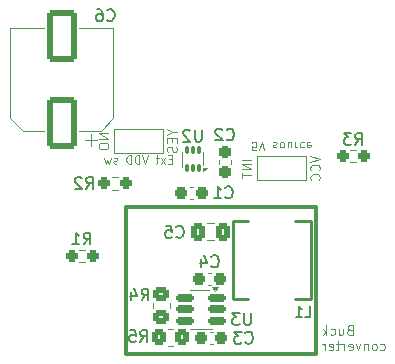
<source format=gbr>
%TF.GenerationSoftware,KiCad,Pcbnew,8.0.4*%
%TF.CreationDate,2024-07-21T20:28:23+02:00*%
%TF.ProjectId,kurumi,6b757275-6d69-42e6-9b69-6361645f7063,rev?*%
%TF.SameCoordinates,Original*%
%TF.FileFunction,Legend,Bot*%
%TF.FilePolarity,Positive*%
%FSLAX46Y46*%
G04 Gerber Fmt 4.6, Leading zero omitted, Abs format (unit mm)*
G04 Created by KiCad (PCBNEW 8.0.4) date 2024-07-21 20:28:23*
%MOMM*%
%LPD*%
G01*
G04 APERTURE LIST*
G04 Aperture macros list*
%AMRoundRect*
0 Rectangle with rounded corners*
0 $1 Rounding radius*
0 $2 $3 $4 $5 $6 $7 $8 $9 X,Y pos of 4 corners*
0 Add a 4 corners polygon primitive as box body*
4,1,4,$2,$3,$4,$5,$6,$7,$8,$9,$2,$3,0*
0 Add four circle primitives for the rounded corners*
1,1,$1+$1,$2,$3*
1,1,$1+$1,$4,$5*
1,1,$1+$1,$6,$7*
1,1,$1+$1,$8,$9*
0 Add four rect primitives between the rounded corners*
20,1,$1+$1,$2,$3,$4,$5,0*
20,1,$1+$1,$4,$5,$6,$7,0*
20,1,$1+$1,$6,$7,$8,$9,0*
20,1,$1+$1,$8,$9,$2,$3,0*%
G04 Aperture macros list end*
%ADD10C,0.300000*%
%ADD11C,0.100000*%
%ADD12C,0.152400*%
%ADD13C,0.150000*%
%ADD14C,0.120000*%
%ADD15C,0.254000*%
%ADD16R,3.000000X3.000000*%
%ADD17C,3.000000*%
%ADD18R,1.700000X1.700000*%
%ADD19O,1.700000X1.700000*%
%ADD20R,3.500000X2.350000*%
%ADD21RoundRect,0.085000X0.085000X-0.265000X0.085000X0.265000X-0.085000X0.265000X-0.085000X-0.265000X0*%
%ADD22RoundRect,0.237500X0.300000X0.237500X-0.300000X0.237500X-0.300000X-0.237500X0.300000X-0.237500X0*%
%ADD23RoundRect,0.250000X0.337500X0.475000X-0.337500X0.475000X-0.337500X-0.475000X0.337500X-0.475000X0*%
%ADD24RoundRect,0.237500X-0.250000X-0.237500X0.250000X-0.237500X0.250000X0.237500X-0.250000X0.237500X0*%
%ADD25RoundRect,0.250000X-0.350000X-0.450000X0.350000X-0.450000X0.350000X0.450000X-0.350000X0.450000X0*%
%ADD26RoundRect,0.237500X0.237500X-0.300000X0.237500X0.300000X-0.237500X0.300000X-0.237500X-0.300000X0*%
%ADD27RoundRect,0.250000X-0.450000X0.350000X-0.450000X-0.350000X0.450000X-0.350000X0.450000X0.350000X0*%
%ADD28R,1.000000X1.500000*%
%ADD29RoundRect,0.162500X0.617500X0.162500X-0.617500X0.162500X-0.617500X-0.162500X0.617500X-0.162500X0*%
%ADD30RoundRect,0.237500X0.250000X0.237500X-0.250000X0.237500X-0.250000X-0.237500X0.250000X-0.237500X0*%
%ADD31RoundRect,0.250000X1.000000X-1.950000X1.000000X1.950000X-1.000000X1.950000X-1.000000X-1.950000X0*%
G04 APERTURE END LIST*
D10*
X23950000Y-29300000D02*
X40000000Y-29300000D01*
X40000000Y-41700000D01*
X23950000Y-41700000D01*
X23950000Y-29300000D01*
D11*
X27816666Y-25251966D02*
X27583333Y-25251966D01*
X27483333Y-25618633D02*
X27816666Y-25618633D01*
X27816666Y-25618633D02*
X27816666Y-24918633D01*
X27816666Y-24918633D02*
X27483333Y-24918633D01*
X27250000Y-25618633D02*
X26883333Y-25151966D01*
X27250000Y-25151966D02*
X26883333Y-25618633D01*
X26716666Y-25151966D02*
X26449999Y-25151966D01*
X26616666Y-24918633D02*
X26616666Y-25518633D01*
X26616666Y-25518633D02*
X26583333Y-25585300D01*
X26583333Y-25585300D02*
X26516666Y-25618633D01*
X26516666Y-25618633D02*
X26449999Y-25618633D01*
X25783333Y-24918633D02*
X25550000Y-25618633D01*
X25550000Y-25618633D02*
X25316666Y-24918633D01*
X25083333Y-25618633D02*
X25083333Y-24918633D01*
X25083333Y-24918633D02*
X24916666Y-24918633D01*
X24916666Y-24918633D02*
X24816666Y-24951966D01*
X24816666Y-24951966D02*
X24750000Y-25018633D01*
X24750000Y-25018633D02*
X24716666Y-25085300D01*
X24716666Y-25085300D02*
X24683333Y-25218633D01*
X24683333Y-25218633D02*
X24683333Y-25318633D01*
X24683333Y-25318633D02*
X24716666Y-25451966D01*
X24716666Y-25451966D02*
X24750000Y-25518633D01*
X24750000Y-25518633D02*
X24816666Y-25585300D01*
X24816666Y-25585300D02*
X24916666Y-25618633D01*
X24916666Y-25618633D02*
X25083333Y-25618633D01*
X24383333Y-25618633D02*
X24383333Y-24918633D01*
X24383333Y-24918633D02*
X24216666Y-24918633D01*
X24216666Y-24918633D02*
X24116666Y-24951966D01*
X24116666Y-24951966D02*
X24050000Y-25018633D01*
X24050000Y-25018633D02*
X24016666Y-25085300D01*
X24016666Y-25085300D02*
X23983333Y-25218633D01*
X23983333Y-25218633D02*
X23983333Y-25318633D01*
X23983333Y-25318633D02*
X24016666Y-25451966D01*
X24016666Y-25451966D02*
X24050000Y-25518633D01*
X24050000Y-25518633D02*
X24116666Y-25585300D01*
X24116666Y-25585300D02*
X24216666Y-25618633D01*
X24216666Y-25618633D02*
X24383333Y-25618633D01*
X23183333Y-25585300D02*
X23116667Y-25618633D01*
X23116667Y-25618633D02*
X22983333Y-25618633D01*
X22983333Y-25618633D02*
X22916667Y-25585300D01*
X22916667Y-25585300D02*
X22883333Y-25518633D01*
X22883333Y-25518633D02*
X22883333Y-25485300D01*
X22883333Y-25485300D02*
X22916667Y-25418633D01*
X22916667Y-25418633D02*
X22983333Y-25385300D01*
X22983333Y-25385300D02*
X23083333Y-25385300D01*
X23083333Y-25385300D02*
X23150000Y-25351966D01*
X23150000Y-25351966D02*
X23183333Y-25285300D01*
X23183333Y-25285300D02*
X23183333Y-25251966D01*
X23183333Y-25251966D02*
X23150000Y-25185300D01*
X23150000Y-25185300D02*
X23083333Y-25151966D01*
X23083333Y-25151966D02*
X22983333Y-25151966D01*
X22983333Y-25151966D02*
X22916667Y-25185300D01*
X22650000Y-25151966D02*
X22516666Y-25618633D01*
X22516666Y-25618633D02*
X22383333Y-25285300D01*
X22383333Y-25285300D02*
X22250000Y-25618633D01*
X22250000Y-25618633D02*
X22116666Y-25151966D01*
X42865789Y-39701870D02*
X42751503Y-39739965D01*
X42751503Y-39739965D02*
X42713408Y-39778061D01*
X42713408Y-39778061D02*
X42675312Y-39854251D01*
X42675312Y-39854251D02*
X42675312Y-39968537D01*
X42675312Y-39968537D02*
X42713408Y-40044727D01*
X42713408Y-40044727D02*
X42751503Y-40082823D01*
X42751503Y-40082823D02*
X42827693Y-40120918D01*
X42827693Y-40120918D02*
X43132455Y-40120918D01*
X43132455Y-40120918D02*
X43132455Y-39320918D01*
X43132455Y-39320918D02*
X42865789Y-39320918D01*
X42865789Y-39320918D02*
X42789598Y-39359013D01*
X42789598Y-39359013D02*
X42751503Y-39397108D01*
X42751503Y-39397108D02*
X42713408Y-39473299D01*
X42713408Y-39473299D02*
X42713408Y-39549489D01*
X42713408Y-39549489D02*
X42751503Y-39625680D01*
X42751503Y-39625680D02*
X42789598Y-39663775D01*
X42789598Y-39663775D02*
X42865789Y-39701870D01*
X42865789Y-39701870D02*
X43132455Y-39701870D01*
X41989598Y-39587584D02*
X41989598Y-40120918D01*
X42332455Y-39587584D02*
X42332455Y-40006632D01*
X42332455Y-40006632D02*
X42294360Y-40082823D01*
X42294360Y-40082823D02*
X42218170Y-40120918D01*
X42218170Y-40120918D02*
X42103884Y-40120918D01*
X42103884Y-40120918D02*
X42027693Y-40082823D01*
X42027693Y-40082823D02*
X41989598Y-40044727D01*
X41265788Y-40082823D02*
X41341979Y-40120918D01*
X41341979Y-40120918D02*
X41494360Y-40120918D01*
X41494360Y-40120918D02*
X41570550Y-40082823D01*
X41570550Y-40082823D02*
X41608645Y-40044727D01*
X41608645Y-40044727D02*
X41646741Y-39968537D01*
X41646741Y-39968537D02*
X41646741Y-39739965D01*
X41646741Y-39739965D02*
X41608645Y-39663775D01*
X41608645Y-39663775D02*
X41570550Y-39625680D01*
X41570550Y-39625680D02*
X41494360Y-39587584D01*
X41494360Y-39587584D02*
X41341979Y-39587584D01*
X41341979Y-39587584D02*
X41265788Y-39625680D01*
X40922931Y-40120918D02*
X40922931Y-39320918D01*
X40846741Y-39816156D02*
X40618169Y-40120918D01*
X40618169Y-39587584D02*
X40922931Y-39892346D01*
X45494360Y-41370778D02*
X45570551Y-41408873D01*
X45570551Y-41408873D02*
X45722932Y-41408873D01*
X45722932Y-41408873D02*
X45799122Y-41370778D01*
X45799122Y-41370778D02*
X45837217Y-41332682D01*
X45837217Y-41332682D02*
X45875313Y-41256492D01*
X45875313Y-41256492D02*
X45875313Y-41027920D01*
X45875313Y-41027920D02*
X45837217Y-40951730D01*
X45837217Y-40951730D02*
X45799122Y-40913635D01*
X45799122Y-40913635D02*
X45722932Y-40875539D01*
X45722932Y-40875539D02*
X45570551Y-40875539D01*
X45570551Y-40875539D02*
X45494360Y-40913635D01*
X45037218Y-41408873D02*
X45113408Y-41370778D01*
X45113408Y-41370778D02*
X45151503Y-41332682D01*
X45151503Y-41332682D02*
X45189599Y-41256492D01*
X45189599Y-41256492D02*
X45189599Y-41027920D01*
X45189599Y-41027920D02*
X45151503Y-40951730D01*
X45151503Y-40951730D02*
X45113408Y-40913635D01*
X45113408Y-40913635D02*
X45037218Y-40875539D01*
X45037218Y-40875539D02*
X44922932Y-40875539D01*
X44922932Y-40875539D02*
X44846741Y-40913635D01*
X44846741Y-40913635D02*
X44808646Y-40951730D01*
X44808646Y-40951730D02*
X44770551Y-41027920D01*
X44770551Y-41027920D02*
X44770551Y-41256492D01*
X44770551Y-41256492D02*
X44808646Y-41332682D01*
X44808646Y-41332682D02*
X44846741Y-41370778D01*
X44846741Y-41370778D02*
X44922932Y-41408873D01*
X44922932Y-41408873D02*
X45037218Y-41408873D01*
X44427693Y-40875539D02*
X44427693Y-41408873D01*
X44427693Y-40951730D02*
X44389598Y-40913635D01*
X44389598Y-40913635D02*
X44313408Y-40875539D01*
X44313408Y-40875539D02*
X44199122Y-40875539D01*
X44199122Y-40875539D02*
X44122931Y-40913635D01*
X44122931Y-40913635D02*
X44084836Y-40989825D01*
X44084836Y-40989825D02*
X44084836Y-41408873D01*
X43780074Y-40875539D02*
X43589598Y-41408873D01*
X43589598Y-41408873D02*
X43399121Y-40875539D01*
X42789597Y-41370778D02*
X42865788Y-41408873D01*
X42865788Y-41408873D02*
X43018169Y-41408873D01*
X43018169Y-41408873D02*
X43094359Y-41370778D01*
X43094359Y-41370778D02*
X43132455Y-41294587D01*
X43132455Y-41294587D02*
X43132455Y-40989825D01*
X43132455Y-40989825D02*
X43094359Y-40913635D01*
X43094359Y-40913635D02*
X43018169Y-40875539D01*
X43018169Y-40875539D02*
X42865788Y-40875539D01*
X42865788Y-40875539D02*
X42789597Y-40913635D01*
X42789597Y-40913635D02*
X42751502Y-40989825D01*
X42751502Y-40989825D02*
X42751502Y-41066016D01*
X42751502Y-41066016D02*
X43132455Y-41142206D01*
X42408645Y-41408873D02*
X42408645Y-40875539D01*
X42408645Y-41027920D02*
X42370550Y-40951730D01*
X42370550Y-40951730D02*
X42332455Y-40913635D01*
X42332455Y-40913635D02*
X42256264Y-40875539D01*
X42256264Y-40875539D02*
X42180074Y-40875539D01*
X42027693Y-40875539D02*
X41722931Y-40875539D01*
X41913407Y-40608873D02*
X41913407Y-41294587D01*
X41913407Y-41294587D02*
X41875312Y-41370778D01*
X41875312Y-41370778D02*
X41799122Y-41408873D01*
X41799122Y-41408873D02*
X41722931Y-41408873D01*
X41151502Y-41370778D02*
X41227693Y-41408873D01*
X41227693Y-41408873D02*
X41380074Y-41408873D01*
X41380074Y-41408873D02*
X41456264Y-41370778D01*
X41456264Y-41370778D02*
X41494360Y-41294587D01*
X41494360Y-41294587D02*
X41494360Y-40989825D01*
X41494360Y-40989825D02*
X41456264Y-40913635D01*
X41456264Y-40913635D02*
X41380074Y-40875539D01*
X41380074Y-40875539D02*
X41227693Y-40875539D01*
X41227693Y-40875539D02*
X41151502Y-40913635D01*
X41151502Y-40913635D02*
X41113407Y-40989825D01*
X41113407Y-40989825D02*
X41113407Y-41066016D01*
X41113407Y-41066016D02*
X41494360Y-41142206D01*
X40770550Y-41408873D02*
X40770550Y-40875539D01*
X40770550Y-41027920D02*
X40732455Y-40951730D01*
X40732455Y-40951730D02*
X40694360Y-40913635D01*
X40694360Y-40913635D02*
X40618169Y-40875539D01*
X40618169Y-40875539D02*
X40541979Y-40875539D01*
X34966667Y-24481366D02*
X34633333Y-24481366D01*
X34633333Y-24481366D02*
X34600000Y-24148033D01*
X34600000Y-24148033D02*
X34633333Y-24181366D01*
X34633333Y-24181366D02*
X34700000Y-24214700D01*
X34700000Y-24214700D02*
X34866667Y-24214700D01*
X34866667Y-24214700D02*
X34933333Y-24181366D01*
X34933333Y-24181366D02*
X34966667Y-24148033D01*
X34966667Y-24148033D02*
X35000000Y-24081366D01*
X35000000Y-24081366D02*
X35000000Y-23914700D01*
X35000000Y-23914700D02*
X34966667Y-23848033D01*
X34966667Y-23848033D02*
X34933333Y-23814700D01*
X34933333Y-23814700D02*
X34866667Y-23781366D01*
X34866667Y-23781366D02*
X34700000Y-23781366D01*
X34700000Y-23781366D02*
X34633333Y-23814700D01*
X34633333Y-23814700D02*
X34600000Y-23848033D01*
X35200000Y-24481366D02*
X35433334Y-23781366D01*
X35433334Y-23781366D02*
X35666667Y-24481366D01*
X36400000Y-23814700D02*
X36466667Y-23781366D01*
X36466667Y-23781366D02*
X36600000Y-23781366D01*
X36600000Y-23781366D02*
X36666667Y-23814700D01*
X36666667Y-23814700D02*
X36700000Y-23881366D01*
X36700000Y-23881366D02*
X36700000Y-23914700D01*
X36700000Y-23914700D02*
X36666667Y-23981366D01*
X36666667Y-23981366D02*
X36600000Y-24014700D01*
X36600000Y-24014700D02*
X36500000Y-24014700D01*
X36500000Y-24014700D02*
X36433333Y-24048033D01*
X36433333Y-24048033D02*
X36400000Y-24114700D01*
X36400000Y-24114700D02*
X36400000Y-24148033D01*
X36400000Y-24148033D02*
X36433333Y-24214700D01*
X36433333Y-24214700D02*
X36500000Y-24248033D01*
X36500000Y-24248033D02*
X36600000Y-24248033D01*
X36600000Y-24248033D02*
X36666667Y-24214700D01*
X37100000Y-23781366D02*
X37033334Y-23814700D01*
X37033334Y-23814700D02*
X37000000Y-23848033D01*
X37000000Y-23848033D02*
X36966667Y-23914700D01*
X36966667Y-23914700D02*
X36966667Y-24114700D01*
X36966667Y-24114700D02*
X37000000Y-24181366D01*
X37000000Y-24181366D02*
X37033334Y-24214700D01*
X37033334Y-24214700D02*
X37100000Y-24248033D01*
X37100000Y-24248033D02*
X37200000Y-24248033D01*
X37200000Y-24248033D02*
X37266667Y-24214700D01*
X37266667Y-24214700D02*
X37300000Y-24181366D01*
X37300000Y-24181366D02*
X37333334Y-24114700D01*
X37333334Y-24114700D02*
X37333334Y-23914700D01*
X37333334Y-23914700D02*
X37300000Y-23848033D01*
X37300000Y-23848033D02*
X37266667Y-23814700D01*
X37266667Y-23814700D02*
X37200000Y-23781366D01*
X37200000Y-23781366D02*
X37100000Y-23781366D01*
X37933333Y-24248033D02*
X37933333Y-23781366D01*
X37633333Y-24248033D02*
X37633333Y-23881366D01*
X37633333Y-23881366D02*
X37666667Y-23814700D01*
X37666667Y-23814700D02*
X37733333Y-23781366D01*
X37733333Y-23781366D02*
X37833333Y-23781366D01*
X37833333Y-23781366D02*
X37900000Y-23814700D01*
X37900000Y-23814700D02*
X37933333Y-23848033D01*
X38266666Y-23781366D02*
X38266666Y-24248033D01*
X38266666Y-24114700D02*
X38300000Y-24181366D01*
X38300000Y-24181366D02*
X38333333Y-24214700D01*
X38333333Y-24214700D02*
X38400000Y-24248033D01*
X38400000Y-24248033D02*
X38466666Y-24248033D01*
X38999999Y-23814700D02*
X38933333Y-23781366D01*
X38933333Y-23781366D02*
X38799999Y-23781366D01*
X38799999Y-23781366D02*
X38733333Y-23814700D01*
X38733333Y-23814700D02*
X38699999Y-23848033D01*
X38699999Y-23848033D02*
X38666666Y-23914700D01*
X38666666Y-23914700D02*
X38666666Y-24114700D01*
X38666666Y-24114700D02*
X38699999Y-24181366D01*
X38699999Y-24181366D02*
X38733333Y-24214700D01*
X38733333Y-24214700D02*
X38799999Y-24248033D01*
X38799999Y-24248033D02*
X38933333Y-24248033D01*
X38933333Y-24248033D02*
X38999999Y-24214700D01*
X39566666Y-23814700D02*
X39499999Y-23781366D01*
X39499999Y-23781366D02*
X39366666Y-23781366D01*
X39366666Y-23781366D02*
X39299999Y-23814700D01*
X39299999Y-23814700D02*
X39266666Y-23881366D01*
X39266666Y-23881366D02*
X39266666Y-24148033D01*
X39266666Y-24148033D02*
X39299999Y-24214700D01*
X39299999Y-24214700D02*
X39366666Y-24248033D01*
X39366666Y-24248033D02*
X39499999Y-24248033D01*
X39499999Y-24248033D02*
X39566666Y-24214700D01*
X39566666Y-24214700D02*
X39599999Y-24148033D01*
X39599999Y-24148033D02*
X39599999Y-24081366D01*
X39599999Y-24081366D02*
X39266666Y-24014700D01*
D12*
X39096594Y-38595093D02*
X39532022Y-38595093D01*
X39532022Y-38595093D02*
X39532022Y-37680693D01*
X38312822Y-38595093D02*
X38835336Y-38595093D01*
X38574079Y-38595093D02*
X38574079Y-37680693D01*
X38574079Y-37680693D02*
X38661165Y-37811322D01*
X38661165Y-37811322D02*
X38748250Y-37898408D01*
X38748250Y-37898408D02*
X38835336Y-37941951D01*
D13*
X30361904Y-22754819D02*
X30361904Y-23564342D01*
X30361904Y-23564342D02*
X30314285Y-23659580D01*
X30314285Y-23659580D02*
X30266666Y-23707200D01*
X30266666Y-23707200D02*
X30171428Y-23754819D01*
X30171428Y-23754819D02*
X29980952Y-23754819D01*
X29980952Y-23754819D02*
X29885714Y-23707200D01*
X29885714Y-23707200D02*
X29838095Y-23659580D01*
X29838095Y-23659580D02*
X29790476Y-23564342D01*
X29790476Y-23564342D02*
X29790476Y-22754819D01*
X29361904Y-22850057D02*
X29314285Y-22802438D01*
X29314285Y-22802438D02*
X29219047Y-22754819D01*
X29219047Y-22754819D02*
X28980952Y-22754819D01*
X28980952Y-22754819D02*
X28885714Y-22802438D01*
X28885714Y-22802438D02*
X28838095Y-22850057D01*
X28838095Y-22850057D02*
X28790476Y-22945295D01*
X28790476Y-22945295D02*
X28790476Y-23040533D01*
X28790476Y-23040533D02*
X28838095Y-23183390D01*
X28838095Y-23183390D02*
X29409523Y-23754819D01*
X29409523Y-23754819D02*
X28790476Y-23754819D01*
X31186666Y-34299580D02*
X31234285Y-34347200D01*
X31234285Y-34347200D02*
X31377142Y-34394819D01*
X31377142Y-34394819D02*
X31472380Y-34394819D01*
X31472380Y-34394819D02*
X31615237Y-34347200D01*
X31615237Y-34347200D02*
X31710475Y-34251961D01*
X31710475Y-34251961D02*
X31758094Y-34156723D01*
X31758094Y-34156723D02*
X31805713Y-33966247D01*
X31805713Y-33966247D02*
X31805713Y-33823390D01*
X31805713Y-33823390D02*
X31758094Y-33632914D01*
X31758094Y-33632914D02*
X31710475Y-33537676D01*
X31710475Y-33537676D02*
X31615237Y-33442438D01*
X31615237Y-33442438D02*
X31472380Y-33394819D01*
X31472380Y-33394819D02*
X31377142Y-33394819D01*
X31377142Y-33394819D02*
X31234285Y-33442438D01*
X31234285Y-33442438D02*
X31186666Y-33490057D01*
X30329523Y-33728152D02*
X30329523Y-34394819D01*
X30567618Y-33347200D02*
X30805713Y-34061485D01*
X30805713Y-34061485D02*
X30186666Y-34061485D01*
X28216666Y-31799580D02*
X28264285Y-31847200D01*
X28264285Y-31847200D02*
X28407142Y-31894819D01*
X28407142Y-31894819D02*
X28502380Y-31894819D01*
X28502380Y-31894819D02*
X28645237Y-31847200D01*
X28645237Y-31847200D02*
X28740475Y-31751961D01*
X28740475Y-31751961D02*
X28788094Y-31656723D01*
X28788094Y-31656723D02*
X28835713Y-31466247D01*
X28835713Y-31466247D02*
X28835713Y-31323390D01*
X28835713Y-31323390D02*
X28788094Y-31132914D01*
X28788094Y-31132914D02*
X28740475Y-31037676D01*
X28740475Y-31037676D02*
X28645237Y-30942438D01*
X28645237Y-30942438D02*
X28502380Y-30894819D01*
X28502380Y-30894819D02*
X28407142Y-30894819D01*
X28407142Y-30894819D02*
X28264285Y-30942438D01*
X28264285Y-30942438D02*
X28216666Y-30990057D01*
X27311904Y-30894819D02*
X27788094Y-30894819D01*
X27788094Y-30894819D02*
X27835713Y-31371009D01*
X27835713Y-31371009D02*
X27788094Y-31323390D01*
X27788094Y-31323390D02*
X27692856Y-31275771D01*
X27692856Y-31275771D02*
X27454761Y-31275771D01*
X27454761Y-31275771D02*
X27359523Y-31323390D01*
X27359523Y-31323390D02*
X27311904Y-31371009D01*
X27311904Y-31371009D02*
X27264285Y-31466247D01*
X27264285Y-31466247D02*
X27264285Y-31704342D01*
X27264285Y-31704342D02*
X27311904Y-31799580D01*
X27311904Y-31799580D02*
X27359523Y-31847200D01*
X27359523Y-31847200D02*
X27454761Y-31894819D01*
X27454761Y-31894819D02*
X27692856Y-31894819D01*
X27692856Y-31894819D02*
X27788094Y-31847200D01*
X27788094Y-31847200D02*
X27835713Y-31799580D01*
X20366666Y-32454819D02*
X20699999Y-31978628D01*
X20938094Y-32454819D02*
X20938094Y-31454819D01*
X20938094Y-31454819D02*
X20557142Y-31454819D01*
X20557142Y-31454819D02*
X20461904Y-31502438D01*
X20461904Y-31502438D02*
X20414285Y-31550057D01*
X20414285Y-31550057D02*
X20366666Y-31645295D01*
X20366666Y-31645295D02*
X20366666Y-31788152D01*
X20366666Y-31788152D02*
X20414285Y-31883390D01*
X20414285Y-31883390D02*
X20461904Y-31931009D01*
X20461904Y-31931009D02*
X20557142Y-31978628D01*
X20557142Y-31978628D02*
X20938094Y-31978628D01*
X19414285Y-32454819D02*
X19985713Y-32454819D01*
X19699999Y-32454819D02*
X19699999Y-31454819D01*
X19699999Y-31454819D02*
X19795237Y-31597676D01*
X19795237Y-31597676D02*
X19890475Y-31692914D01*
X19890475Y-31692914D02*
X19985713Y-31740533D01*
X25166666Y-40714819D02*
X25499999Y-40238628D01*
X25738094Y-40714819D02*
X25738094Y-39714819D01*
X25738094Y-39714819D02*
X25357142Y-39714819D01*
X25357142Y-39714819D02*
X25261904Y-39762438D01*
X25261904Y-39762438D02*
X25214285Y-39810057D01*
X25214285Y-39810057D02*
X25166666Y-39905295D01*
X25166666Y-39905295D02*
X25166666Y-40048152D01*
X25166666Y-40048152D02*
X25214285Y-40143390D01*
X25214285Y-40143390D02*
X25261904Y-40191009D01*
X25261904Y-40191009D02*
X25357142Y-40238628D01*
X25357142Y-40238628D02*
X25738094Y-40238628D01*
X24261904Y-39714819D02*
X24738094Y-39714819D01*
X24738094Y-39714819D02*
X24785713Y-40191009D01*
X24785713Y-40191009D02*
X24738094Y-40143390D01*
X24738094Y-40143390D02*
X24642856Y-40095771D01*
X24642856Y-40095771D02*
X24404761Y-40095771D01*
X24404761Y-40095771D02*
X24309523Y-40143390D01*
X24309523Y-40143390D02*
X24261904Y-40191009D01*
X24261904Y-40191009D02*
X24214285Y-40286247D01*
X24214285Y-40286247D02*
X24214285Y-40524342D01*
X24214285Y-40524342D02*
X24261904Y-40619580D01*
X24261904Y-40619580D02*
X24309523Y-40667200D01*
X24309523Y-40667200D02*
X24404761Y-40714819D01*
X24404761Y-40714819D02*
X24642856Y-40714819D01*
X24642856Y-40714819D02*
X24738094Y-40667200D01*
X24738094Y-40667200D02*
X24785713Y-40619580D01*
X32466666Y-23559580D02*
X32514285Y-23607200D01*
X32514285Y-23607200D02*
X32657142Y-23654819D01*
X32657142Y-23654819D02*
X32752380Y-23654819D01*
X32752380Y-23654819D02*
X32895237Y-23607200D01*
X32895237Y-23607200D02*
X32990475Y-23511961D01*
X32990475Y-23511961D02*
X33038094Y-23416723D01*
X33038094Y-23416723D02*
X33085713Y-23226247D01*
X33085713Y-23226247D02*
X33085713Y-23083390D01*
X33085713Y-23083390D02*
X33038094Y-22892914D01*
X33038094Y-22892914D02*
X32990475Y-22797676D01*
X32990475Y-22797676D02*
X32895237Y-22702438D01*
X32895237Y-22702438D02*
X32752380Y-22654819D01*
X32752380Y-22654819D02*
X32657142Y-22654819D01*
X32657142Y-22654819D02*
X32514285Y-22702438D01*
X32514285Y-22702438D02*
X32466666Y-22750057D01*
X32085713Y-22750057D02*
X32038094Y-22702438D01*
X32038094Y-22702438D02*
X31942856Y-22654819D01*
X31942856Y-22654819D02*
X31704761Y-22654819D01*
X31704761Y-22654819D02*
X31609523Y-22702438D01*
X31609523Y-22702438D02*
X31561904Y-22750057D01*
X31561904Y-22750057D02*
X31514285Y-22845295D01*
X31514285Y-22845295D02*
X31514285Y-22940533D01*
X31514285Y-22940533D02*
X31561904Y-23083390D01*
X31561904Y-23083390D02*
X32133332Y-23654819D01*
X32133332Y-23654819D02*
X31514285Y-23654819D01*
X25266666Y-37194819D02*
X25599999Y-36718628D01*
X25838094Y-37194819D02*
X25838094Y-36194819D01*
X25838094Y-36194819D02*
X25457142Y-36194819D01*
X25457142Y-36194819D02*
X25361904Y-36242438D01*
X25361904Y-36242438D02*
X25314285Y-36290057D01*
X25314285Y-36290057D02*
X25266666Y-36385295D01*
X25266666Y-36385295D02*
X25266666Y-36528152D01*
X25266666Y-36528152D02*
X25314285Y-36623390D01*
X25314285Y-36623390D02*
X25361904Y-36671009D01*
X25361904Y-36671009D02*
X25457142Y-36718628D01*
X25457142Y-36718628D02*
X25838094Y-36718628D01*
X24409523Y-36528152D02*
X24409523Y-37194819D01*
X24647618Y-36147200D02*
X24885713Y-36861485D01*
X24885713Y-36861485D02*
X24266666Y-36861485D01*
D14*
X34563855Y-25276191D02*
X33763855Y-25276191D01*
X34563855Y-25657143D02*
X33763855Y-25657143D01*
X33763855Y-25657143D02*
X34563855Y-26114286D01*
X34563855Y-26114286D02*
X33763855Y-26114286D01*
X33763855Y-26380952D02*
X33763855Y-26838095D01*
X34563855Y-26609523D02*
X33763855Y-26609523D01*
X39563855Y-24933333D02*
X40363855Y-25200000D01*
X40363855Y-25200000D02*
X39563855Y-25466666D01*
X40287664Y-26190476D02*
X40325760Y-26152380D01*
X40325760Y-26152380D02*
X40363855Y-26038095D01*
X40363855Y-26038095D02*
X40363855Y-25961904D01*
X40363855Y-25961904D02*
X40325760Y-25847618D01*
X40325760Y-25847618D02*
X40249569Y-25771428D01*
X40249569Y-25771428D02*
X40173379Y-25733333D01*
X40173379Y-25733333D02*
X40020998Y-25695237D01*
X40020998Y-25695237D02*
X39906712Y-25695237D01*
X39906712Y-25695237D02*
X39754331Y-25733333D01*
X39754331Y-25733333D02*
X39678140Y-25771428D01*
X39678140Y-25771428D02*
X39601950Y-25847618D01*
X39601950Y-25847618D02*
X39563855Y-25961904D01*
X39563855Y-25961904D02*
X39563855Y-26038095D01*
X39563855Y-26038095D02*
X39601950Y-26152380D01*
X39601950Y-26152380D02*
X39640045Y-26190476D01*
X40287664Y-26990476D02*
X40325760Y-26952380D01*
X40325760Y-26952380D02*
X40363855Y-26838095D01*
X40363855Y-26838095D02*
X40363855Y-26761904D01*
X40363855Y-26761904D02*
X40325760Y-26647618D01*
X40325760Y-26647618D02*
X40249569Y-26571428D01*
X40249569Y-26571428D02*
X40173379Y-26533333D01*
X40173379Y-26533333D02*
X40020998Y-26495237D01*
X40020998Y-26495237D02*
X39906712Y-26495237D01*
X39906712Y-26495237D02*
X39754331Y-26533333D01*
X39754331Y-26533333D02*
X39678140Y-26571428D01*
X39678140Y-26571428D02*
X39601950Y-26647618D01*
X39601950Y-26647618D02*
X39563855Y-26761904D01*
X39563855Y-26761904D02*
X39563855Y-26838095D01*
X39563855Y-26838095D02*
X39601950Y-26952380D01*
X39601950Y-26952380D02*
X39640045Y-26990476D01*
D13*
X34521904Y-38264819D02*
X34521904Y-39074342D01*
X34521904Y-39074342D02*
X34474285Y-39169580D01*
X34474285Y-39169580D02*
X34426666Y-39217200D01*
X34426666Y-39217200D02*
X34331428Y-39264819D01*
X34331428Y-39264819D02*
X34140952Y-39264819D01*
X34140952Y-39264819D02*
X34045714Y-39217200D01*
X34045714Y-39217200D02*
X33998095Y-39169580D01*
X33998095Y-39169580D02*
X33950476Y-39074342D01*
X33950476Y-39074342D02*
X33950476Y-38264819D01*
X33569523Y-38264819D02*
X32950476Y-38264819D01*
X32950476Y-38264819D02*
X33283809Y-38645771D01*
X33283809Y-38645771D02*
X33140952Y-38645771D01*
X33140952Y-38645771D02*
X33045714Y-38693390D01*
X33045714Y-38693390D02*
X32998095Y-38741009D01*
X32998095Y-38741009D02*
X32950476Y-38836247D01*
X32950476Y-38836247D02*
X32950476Y-39074342D01*
X32950476Y-39074342D02*
X32998095Y-39169580D01*
X32998095Y-39169580D02*
X33045714Y-39217200D01*
X33045714Y-39217200D02*
X33140952Y-39264819D01*
X33140952Y-39264819D02*
X33426666Y-39264819D01*
X33426666Y-39264819D02*
X33521904Y-39217200D01*
X33521904Y-39217200D02*
X33569523Y-39169580D01*
X32366666Y-28459580D02*
X32414285Y-28507200D01*
X32414285Y-28507200D02*
X32557142Y-28554819D01*
X32557142Y-28554819D02*
X32652380Y-28554819D01*
X32652380Y-28554819D02*
X32795237Y-28507200D01*
X32795237Y-28507200D02*
X32890475Y-28411961D01*
X32890475Y-28411961D02*
X32938094Y-28316723D01*
X32938094Y-28316723D02*
X32985713Y-28126247D01*
X32985713Y-28126247D02*
X32985713Y-27983390D01*
X32985713Y-27983390D02*
X32938094Y-27792914D01*
X32938094Y-27792914D02*
X32890475Y-27697676D01*
X32890475Y-27697676D02*
X32795237Y-27602438D01*
X32795237Y-27602438D02*
X32652380Y-27554819D01*
X32652380Y-27554819D02*
X32557142Y-27554819D01*
X32557142Y-27554819D02*
X32414285Y-27602438D01*
X32414285Y-27602438D02*
X32366666Y-27650057D01*
X31414285Y-28554819D02*
X31985713Y-28554819D01*
X31699999Y-28554819D02*
X31699999Y-27554819D01*
X31699999Y-27554819D02*
X31795237Y-27697676D01*
X31795237Y-27697676D02*
X31890475Y-27792914D01*
X31890475Y-27792914D02*
X31985713Y-27840533D01*
X43366666Y-24024819D02*
X43699999Y-23548628D01*
X43938094Y-24024819D02*
X43938094Y-23024819D01*
X43938094Y-23024819D02*
X43557142Y-23024819D01*
X43557142Y-23024819D02*
X43461904Y-23072438D01*
X43461904Y-23072438D02*
X43414285Y-23120057D01*
X43414285Y-23120057D02*
X43366666Y-23215295D01*
X43366666Y-23215295D02*
X43366666Y-23358152D01*
X43366666Y-23358152D02*
X43414285Y-23453390D01*
X43414285Y-23453390D02*
X43461904Y-23501009D01*
X43461904Y-23501009D02*
X43557142Y-23548628D01*
X43557142Y-23548628D02*
X43938094Y-23548628D01*
X43033332Y-23024819D02*
X42414285Y-23024819D01*
X42414285Y-23024819D02*
X42747618Y-23405771D01*
X42747618Y-23405771D02*
X42604761Y-23405771D01*
X42604761Y-23405771D02*
X42509523Y-23453390D01*
X42509523Y-23453390D02*
X42461904Y-23501009D01*
X42461904Y-23501009D02*
X42414285Y-23596247D01*
X42414285Y-23596247D02*
X42414285Y-23834342D01*
X42414285Y-23834342D02*
X42461904Y-23929580D01*
X42461904Y-23929580D02*
X42509523Y-23977200D01*
X42509523Y-23977200D02*
X42604761Y-24024819D01*
X42604761Y-24024819D02*
X42890475Y-24024819D01*
X42890475Y-24024819D02*
X42985713Y-23977200D01*
X42985713Y-23977200D02*
X43033332Y-23929580D01*
X34066666Y-40759580D02*
X34114285Y-40807200D01*
X34114285Y-40807200D02*
X34257142Y-40854819D01*
X34257142Y-40854819D02*
X34352380Y-40854819D01*
X34352380Y-40854819D02*
X34495237Y-40807200D01*
X34495237Y-40807200D02*
X34590475Y-40711961D01*
X34590475Y-40711961D02*
X34638094Y-40616723D01*
X34638094Y-40616723D02*
X34685713Y-40426247D01*
X34685713Y-40426247D02*
X34685713Y-40283390D01*
X34685713Y-40283390D02*
X34638094Y-40092914D01*
X34638094Y-40092914D02*
X34590475Y-39997676D01*
X34590475Y-39997676D02*
X34495237Y-39902438D01*
X34495237Y-39902438D02*
X34352380Y-39854819D01*
X34352380Y-39854819D02*
X34257142Y-39854819D01*
X34257142Y-39854819D02*
X34114285Y-39902438D01*
X34114285Y-39902438D02*
X34066666Y-39950057D01*
X33733332Y-39854819D02*
X33114285Y-39854819D01*
X33114285Y-39854819D02*
X33447618Y-40235771D01*
X33447618Y-40235771D02*
X33304761Y-40235771D01*
X33304761Y-40235771D02*
X33209523Y-40283390D01*
X33209523Y-40283390D02*
X33161904Y-40331009D01*
X33161904Y-40331009D02*
X33114285Y-40426247D01*
X33114285Y-40426247D02*
X33114285Y-40664342D01*
X33114285Y-40664342D02*
X33161904Y-40759580D01*
X33161904Y-40759580D02*
X33209523Y-40807200D01*
X33209523Y-40807200D02*
X33304761Y-40854819D01*
X33304761Y-40854819D02*
X33590475Y-40854819D01*
X33590475Y-40854819D02*
X33685713Y-40807200D01*
X33685713Y-40807200D02*
X33733332Y-40759580D01*
X22366666Y-13459580D02*
X22414285Y-13507200D01*
X22414285Y-13507200D02*
X22557142Y-13554819D01*
X22557142Y-13554819D02*
X22652380Y-13554819D01*
X22652380Y-13554819D02*
X22795237Y-13507200D01*
X22795237Y-13507200D02*
X22890475Y-13411961D01*
X22890475Y-13411961D02*
X22938094Y-13316723D01*
X22938094Y-13316723D02*
X22985713Y-13126247D01*
X22985713Y-13126247D02*
X22985713Y-12983390D01*
X22985713Y-12983390D02*
X22938094Y-12792914D01*
X22938094Y-12792914D02*
X22890475Y-12697676D01*
X22890475Y-12697676D02*
X22795237Y-12602438D01*
X22795237Y-12602438D02*
X22652380Y-12554819D01*
X22652380Y-12554819D02*
X22557142Y-12554819D01*
X22557142Y-12554819D02*
X22414285Y-12602438D01*
X22414285Y-12602438D02*
X22366666Y-12650057D01*
X21509523Y-12554819D02*
X21699999Y-12554819D01*
X21699999Y-12554819D02*
X21795237Y-12602438D01*
X21795237Y-12602438D02*
X21842856Y-12650057D01*
X21842856Y-12650057D02*
X21938094Y-12792914D01*
X21938094Y-12792914D02*
X21985713Y-12983390D01*
X21985713Y-12983390D02*
X21985713Y-13364342D01*
X21985713Y-13364342D02*
X21938094Y-13459580D01*
X21938094Y-13459580D02*
X21890475Y-13507200D01*
X21890475Y-13507200D02*
X21795237Y-13554819D01*
X21795237Y-13554819D02*
X21604761Y-13554819D01*
X21604761Y-13554819D02*
X21509523Y-13507200D01*
X21509523Y-13507200D02*
X21461904Y-13459580D01*
X21461904Y-13459580D02*
X21414285Y-13364342D01*
X21414285Y-13364342D02*
X21414285Y-13126247D01*
X21414285Y-13126247D02*
X21461904Y-13031009D01*
X21461904Y-13031009D02*
X21509523Y-12983390D01*
X21509523Y-12983390D02*
X21604761Y-12935771D01*
X21604761Y-12935771D02*
X21795237Y-12935771D01*
X21795237Y-12935771D02*
X21890475Y-12983390D01*
X21890475Y-12983390D02*
X21938094Y-13031009D01*
X21938094Y-13031009D02*
X21985713Y-13126247D01*
D14*
X27882902Y-22957143D02*
X28263855Y-22957143D01*
X27463855Y-22690476D02*
X27882902Y-22957143D01*
X27882902Y-22957143D02*
X27463855Y-23223809D01*
X27844807Y-23490476D02*
X27844807Y-23757142D01*
X28263855Y-23871428D02*
X28263855Y-23490476D01*
X28263855Y-23490476D02*
X27463855Y-23490476D01*
X27463855Y-23490476D02*
X27463855Y-23871428D01*
X28225760Y-24176190D02*
X28263855Y-24290476D01*
X28263855Y-24290476D02*
X28263855Y-24480952D01*
X28263855Y-24480952D02*
X28225760Y-24557143D01*
X28225760Y-24557143D02*
X28187664Y-24595238D01*
X28187664Y-24595238D02*
X28111474Y-24633333D01*
X28111474Y-24633333D02*
X28035283Y-24633333D01*
X28035283Y-24633333D02*
X27959093Y-24595238D01*
X27959093Y-24595238D02*
X27920998Y-24557143D01*
X27920998Y-24557143D02*
X27882902Y-24480952D01*
X27882902Y-24480952D02*
X27844807Y-24328571D01*
X27844807Y-24328571D02*
X27806712Y-24252381D01*
X27806712Y-24252381D02*
X27768617Y-24214286D01*
X27768617Y-24214286D02*
X27692426Y-24176190D01*
X27692426Y-24176190D02*
X27616236Y-24176190D01*
X27616236Y-24176190D02*
X27540045Y-24214286D01*
X27540045Y-24214286D02*
X27501950Y-24252381D01*
X27501950Y-24252381D02*
X27463855Y-24328571D01*
X27463855Y-24328571D02*
X27463855Y-24519048D01*
X27463855Y-24519048D02*
X27501950Y-24633333D01*
X22463855Y-23052381D02*
X21663855Y-23052381D01*
X21663855Y-23052381D02*
X22463855Y-23509524D01*
X22463855Y-23509524D02*
X21663855Y-23509524D01*
X21663855Y-24042857D02*
X21663855Y-24195238D01*
X21663855Y-24195238D02*
X21701950Y-24271428D01*
X21701950Y-24271428D02*
X21778140Y-24347619D01*
X21778140Y-24347619D02*
X21930521Y-24385714D01*
X21930521Y-24385714D02*
X22197188Y-24385714D01*
X22197188Y-24385714D02*
X22349569Y-24347619D01*
X22349569Y-24347619D02*
X22425760Y-24271428D01*
X22425760Y-24271428D02*
X22463855Y-24195238D01*
X22463855Y-24195238D02*
X22463855Y-24042857D01*
X22463855Y-24042857D02*
X22425760Y-23966666D01*
X22425760Y-23966666D02*
X22349569Y-23890476D01*
X22349569Y-23890476D02*
X22197188Y-23852380D01*
X22197188Y-23852380D02*
X21930521Y-23852380D01*
X21930521Y-23852380D02*
X21778140Y-23890476D01*
X21778140Y-23890476D02*
X21701950Y-23966666D01*
X21701950Y-23966666D02*
X21663855Y-24042857D01*
D13*
X20566666Y-27754819D02*
X20899999Y-27278628D01*
X21138094Y-27754819D02*
X21138094Y-26754819D01*
X21138094Y-26754819D02*
X20757142Y-26754819D01*
X20757142Y-26754819D02*
X20661904Y-26802438D01*
X20661904Y-26802438D02*
X20614285Y-26850057D01*
X20614285Y-26850057D02*
X20566666Y-26945295D01*
X20566666Y-26945295D02*
X20566666Y-27088152D01*
X20566666Y-27088152D02*
X20614285Y-27183390D01*
X20614285Y-27183390D02*
X20661904Y-27231009D01*
X20661904Y-27231009D02*
X20757142Y-27278628D01*
X20757142Y-27278628D02*
X21138094Y-27278628D01*
X20185713Y-26850057D02*
X20138094Y-26802438D01*
X20138094Y-26802438D02*
X20042856Y-26754819D01*
X20042856Y-26754819D02*
X19804761Y-26754819D01*
X19804761Y-26754819D02*
X19709523Y-26802438D01*
X19709523Y-26802438D02*
X19661904Y-26850057D01*
X19661904Y-26850057D02*
X19614285Y-26945295D01*
X19614285Y-26945295D02*
X19614285Y-27040533D01*
X19614285Y-27040533D02*
X19661904Y-27183390D01*
X19661904Y-27183390D02*
X20233332Y-27754819D01*
X20233332Y-27754819D02*
X19614285Y-27754819D01*
D15*
%TO.C,L1*%
X33000000Y-30450000D02*
X33000000Y-37049900D01*
X33000000Y-30450000D02*
X34318900Y-30450000D01*
X33000000Y-37049900D02*
X34318900Y-37049900D01*
X38281100Y-30450000D02*
X39600000Y-30450000D01*
X38281100Y-37049900D02*
X39600000Y-37049900D01*
X39600000Y-30450000D02*
X39600000Y-37049900D01*
D14*
%TO.C,U2*%
X28700000Y-25900000D02*
X28700000Y-24600000D01*
X30500000Y-25700000D02*
X30500000Y-24600000D01*
X30500000Y-26230000D02*
X30500000Y-25950000D01*
X30780000Y-25950000D01*
X30500000Y-26230000D01*
G36*
X30500000Y-26230000D02*
G01*
X30500000Y-25950000D01*
X30780000Y-25950000D01*
X30500000Y-26230000D01*
G37*
%TO.C,C4*%
X30863733Y-34880000D02*
X31156267Y-34880000D01*
X30863733Y-35900000D02*
X31156267Y-35900000D01*
%TO.C,C5*%
X30838747Y-30655000D02*
X31361253Y-30655000D01*
X30838747Y-32125000D02*
X31361253Y-32125000D01*
%TO.C,R1*%
X20504724Y-32897500D02*
X19995276Y-32897500D01*
X20504724Y-33942500D02*
X19995276Y-33942500D01*
%TO.C,R5*%
X27957064Y-39585000D02*
X27502936Y-39585000D01*
X27957064Y-41055000D02*
X27502936Y-41055000D01*
%TO.C,C2*%
X31790000Y-25353733D02*
X31790000Y-25646267D01*
X32810000Y-25353733D02*
X32810000Y-25646267D01*
%TO.C,R4*%
X26195000Y-37844564D02*
X26195000Y-37390436D01*
X27665000Y-37844564D02*
X27665000Y-37390436D01*
%TO.C,JP1*%
X35050000Y-25000000D02*
X39150000Y-25000000D01*
X35050000Y-27000000D02*
X35050000Y-25000000D01*
X39150000Y-25000000D02*
X39150000Y-27000000D01*
X39150000Y-27000000D02*
X35050000Y-27000000D01*
%TO.C,U3*%
X29400000Y-36360000D02*
X30200000Y-36360000D01*
X29400000Y-39580000D02*
X31200000Y-39580000D01*
X31000000Y-36360000D02*
X30200000Y-36360000D01*
X31500000Y-36410000D02*
X31260000Y-36080000D01*
X31740000Y-36080000D01*
X31500000Y-36410000D01*
G36*
X31500000Y-36410000D02*
G01*
X31260000Y-36080000D01*
X31740000Y-36080000D01*
X31500000Y-36410000D01*
G37*
%TO.C,C1*%
X29353733Y-27590000D02*
X29646267Y-27590000D01*
X29353733Y-28610000D02*
X29646267Y-28610000D01*
%TO.C,R3*%
X42945276Y-24477500D02*
X43454724Y-24477500D01*
X42945276Y-25522500D02*
X43454724Y-25522500D01*
%TO.C,C3*%
X31023733Y-39850000D02*
X31316267Y-39850000D01*
X31023733Y-40870000D02*
X31316267Y-40870000D01*
%TO.C,C6*%
X14140000Y-14140000D02*
X14140000Y-21795563D01*
X14140000Y-21795563D02*
X15204437Y-22860000D01*
X16990000Y-14140000D02*
X14140000Y-14140000D01*
X16990000Y-22860000D02*
X15204437Y-22860000D01*
X20010000Y-14140000D02*
X22860000Y-14140000D01*
X20010000Y-22860000D02*
X21795563Y-22860000D01*
X20510000Y-23600000D02*
X21510000Y-23600000D01*
X21010000Y-23100000D02*
X21010000Y-24100000D01*
X22860000Y-14140000D02*
X22860000Y-21795563D01*
X22860000Y-21795563D02*
X21795563Y-22860000D01*
%TO.C,JP2*%
X22950000Y-22700000D02*
X27050000Y-22700000D01*
X22950000Y-24700000D02*
X22950000Y-22700000D01*
X27050000Y-22700000D02*
X27050000Y-24700000D01*
X27050000Y-24700000D02*
X22950000Y-24700000D01*
%TO.C,R2*%
X22745276Y-26777500D02*
X23254724Y-26777500D01*
X22745276Y-27822500D02*
X23254724Y-27822500D01*
%TD*%
%LPC*%
D16*
%TO.C,J2*%
X16100000Y-28340000D03*
D17*
X16100000Y-33420000D03*
X16100000Y-38500000D03*
%TD*%
D18*
%TO.C,J3*%
X46200000Y-22420000D03*
D19*
X46200000Y-19880000D03*
X46200000Y-17340000D03*
X46200000Y-14800000D03*
%TD*%
D16*
%TO.C,J1*%
X47100000Y-33880000D03*
D17*
X47100000Y-28800000D03*
%TD*%
D20*
%TO.C,L1*%
X36300000Y-36600000D03*
X36300000Y-30900000D03*
%TD*%
D21*
%TO.C,U2*%
X30100000Y-26000000D03*
X29600000Y-26000000D03*
X29100000Y-26000000D03*
X29100000Y-24500000D03*
X29600000Y-24500000D03*
X30100000Y-24500000D03*
%TD*%
D22*
%TO.C,C4*%
X31872500Y-35390000D03*
X30147500Y-35390000D03*
%TD*%
D23*
%TO.C,C5*%
X32137500Y-31390000D03*
X30062500Y-31390000D03*
%TD*%
D24*
%TO.C,R1*%
X19337500Y-33420000D03*
X21162500Y-33420000D03*
%TD*%
D25*
%TO.C,R5*%
X26730000Y-40320000D03*
X28730000Y-40320000D03*
%TD*%
D26*
%TO.C,C2*%
X32300000Y-26362500D03*
X32300000Y-24637500D03*
%TD*%
D27*
%TO.C,R4*%
X26930000Y-36617500D03*
X26930000Y-38617500D03*
%TD*%
D28*
%TO.C,JP1*%
X35800000Y-26000000D03*
X37100000Y-26000000D03*
X38400000Y-26000000D03*
%TD*%
D29*
%TO.C,U3*%
X31650000Y-37020000D03*
X31650000Y-37970000D03*
X31650000Y-38920000D03*
X28950000Y-38920000D03*
X28950000Y-37970000D03*
X28950000Y-37020000D03*
%TD*%
D22*
%TO.C,C1*%
X30362500Y-28100000D03*
X28637500Y-28100000D03*
%TD*%
D30*
%TO.C,R3*%
X44112500Y-25000000D03*
X42287500Y-25000000D03*
%TD*%
D22*
%TO.C,C3*%
X32032501Y-40360000D03*
X30307499Y-40360000D03*
%TD*%
D31*
%TO.C,C6*%
X18500000Y-22200000D03*
X18500000Y-14800000D03*
%TD*%
D28*
%TO.C,JP2*%
X23700000Y-23700000D03*
X25000000Y-23700000D03*
X26300000Y-23700000D03*
%TD*%
D30*
%TO.C,R2*%
X23912500Y-27300000D03*
X22087500Y-27300000D03*
%TD*%
%LPD*%
M02*

</source>
